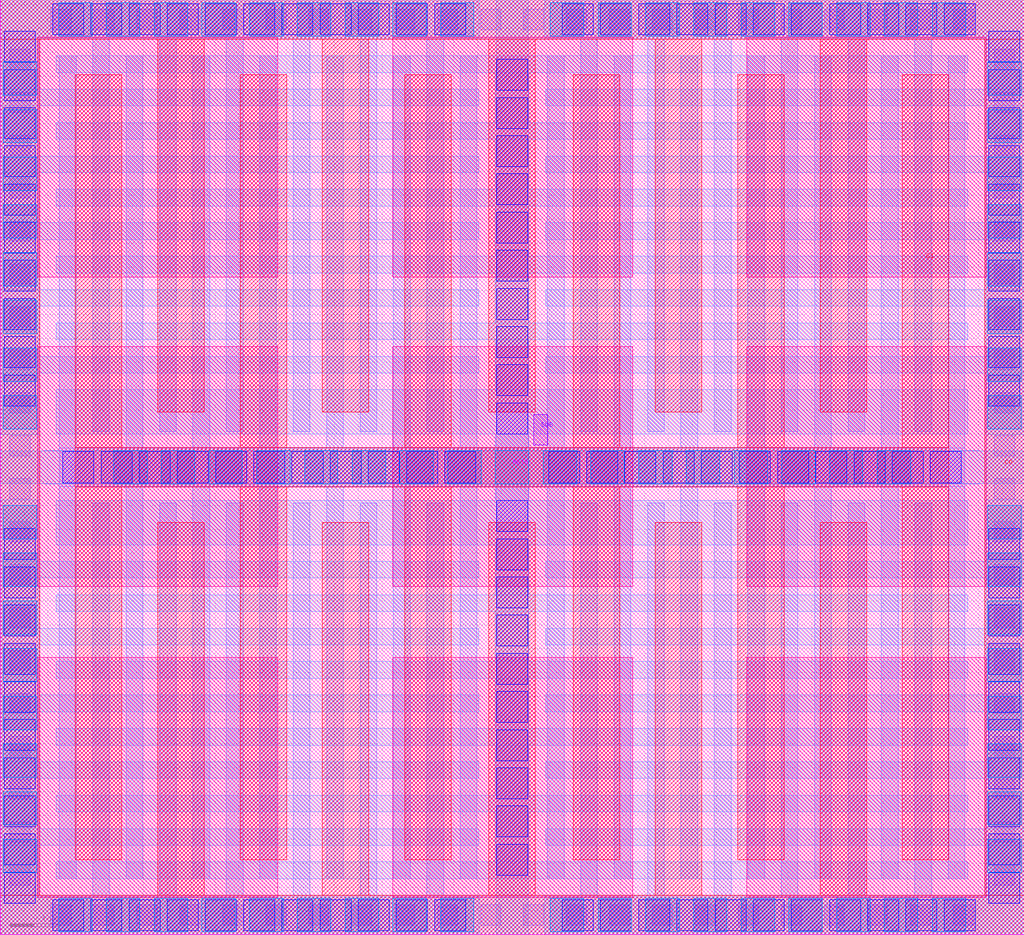
<source format=lef>
# Copyright 2020 The SkyWater PDK Authors
#
# Licensed under the Apache License, Version 2.0 (the "License");
# you may not use this file except in compliance with the License.
# You may obtain a copy of the License at
#
#     https://www.apache.org/licenses/LICENSE-2.0
#
# Unless required by applicable law or agreed to in writing, software
# distributed under the License is distributed on an "AS IS" BASIS,
# WITHOUT WARRANTIES OR CONDITIONS OF ANY KIND, either express or implied.
# See the License for the specific language governing permissions and
# limitations under the License.
#
# SPDX-License-Identifier: Apache-2.0

VERSION 5.7 ;
  NOWIREEXTENSIONATPIN ON ;
  DIVIDERCHAR "/" ;
  BUSBITCHARS "[]" ;
MACRO sky130_fd_pr__cap_vpp_08p6x07p8_m1m2m3_shieldl1m5_floatm4
  CLASS BLOCK ;
  FOREIGN sky130_fd_pr__cap_vpp_08p6x07p8_m1m2m3_shieldl1m5_floatm4 ;
  ORIGIN  0.000000  0.000000 ;
  SIZE  8.580000 BY  7.840000 ;
  PIN C0
    PORT
      LAYER met3 ;
        RECT 0.000000 0.000000 8.580000 0.330000 ;
        RECT 0.000000 0.330000 0.330000 7.510000 ;
        RECT 0.000000 7.510000 8.580000 7.840000 ;
        RECT 1.320000 0.330000 1.710000 3.455000 ;
        RECT 1.320000 4.385000 1.710000 7.510000 ;
        RECT 2.700000 0.330000 3.090000 3.455000 ;
        RECT 2.700000 4.385000 3.090000 7.510000 ;
        RECT 4.095000 0.330000 4.485000 3.455000 ;
        RECT 4.095000 4.385000 4.485000 7.510000 ;
        RECT 5.490000 0.330000 5.880000 3.455000 ;
        RECT 5.490000 4.385000 5.880000 7.510000 ;
        RECT 6.870000 0.330000 7.260000 3.455000 ;
        RECT 6.870000 4.385000 7.260000 7.510000 ;
        RECT 8.250000 0.330000 8.580000 7.510000 ;
    END
  END C0
  PIN C1
    PORT
      LAYER met3 ;
        RECT 0.630000 0.630000 1.020000 3.755000 ;
        RECT 0.630000 3.755000 7.950000 4.085000 ;
        RECT 0.630000 4.085000 1.020000 7.210000 ;
        RECT 2.010000 0.630000 2.400000 3.755000 ;
        RECT 2.010000 4.085000 2.400000 7.210000 ;
        RECT 3.390000 0.630000 3.780000 3.755000 ;
        RECT 3.390000 4.085000 3.780000 7.210000 ;
        RECT 4.800000 0.630000 5.190000 3.755000 ;
        RECT 4.800000 4.085000 5.190000 7.210000 ;
        RECT 6.180000 0.630000 6.570000 3.755000 ;
        RECT 6.180000 4.085000 6.570000 7.210000 ;
        RECT 7.560000 0.630000 7.950000 3.755000 ;
        RECT 7.560000 4.085000 7.950000 7.210000 ;
    END
  END C1
  PIN MET5
    PORT
      LAYER met5 ;
        RECT 0.000000 0.000000 8.580000 7.840000 ;
    END
  END MET5
  PIN SUB
    PORT
      LAYER pwell ;
        RECT 4.470000 4.105000 4.590000 4.360000 ;
    END
  END SUB
  OBS
    LAYER li1 ;
      RECT 0.000000 0.000000 8.580000 7.840000 ;
    LAYER mcon ;
      RECT 0.080000 0.415000 0.250000 0.585000 ;
      RECT 0.080000 0.775000 0.250000 0.945000 ;
      RECT 0.080000 1.135000 0.250000 1.305000 ;
      RECT 0.080000 1.495000 0.250000 1.665000 ;
      RECT 0.080000 1.855000 0.250000 2.025000 ;
      RECT 0.080000 2.215000 0.250000 2.385000 ;
      RECT 0.080000 2.575000 0.250000 2.745000 ;
      RECT 0.080000 2.935000 0.250000 3.105000 ;
      RECT 0.080000 3.295000 0.250000 3.465000 ;
      RECT 0.080000 3.655000 0.250000 3.825000 ;
      RECT 0.080000 4.015000 0.250000 4.185000 ;
      RECT 0.080000 4.375000 0.250000 4.545000 ;
      RECT 0.080000 4.735000 0.250000 4.905000 ;
      RECT 0.080000 5.095000 0.250000 5.265000 ;
      RECT 0.080000 5.455000 0.250000 5.625000 ;
      RECT 0.080000 5.815000 0.250000 5.985000 ;
      RECT 0.080000 6.175000 0.250000 6.345000 ;
      RECT 0.080000 6.535000 0.250000 6.705000 ;
      RECT 0.080000 6.895000 0.250000 7.065000 ;
      RECT 0.080000 7.255000 0.250000 7.425000 ;
      RECT 0.425000 0.080000 0.595000 0.250000 ;
      RECT 0.425000 7.590000 0.595000 7.760000 ;
      RECT 0.785000 0.080000 0.955000 0.250000 ;
      RECT 0.785000 7.590000 0.955000 7.760000 ;
      RECT 1.145000 0.080000 1.315000 0.250000 ;
      RECT 1.145000 7.590000 1.315000 7.760000 ;
      RECT 1.505000 0.080000 1.675000 0.250000 ;
      RECT 1.505000 7.590000 1.675000 7.760000 ;
      RECT 1.865000 0.080000 2.035000 0.250000 ;
      RECT 1.865000 7.590000 2.035000 7.760000 ;
      RECT 2.225000 0.080000 2.395000 0.250000 ;
      RECT 2.225000 7.590000 2.395000 7.760000 ;
      RECT 2.585000 0.080000 2.755000 0.250000 ;
      RECT 2.585000 7.590000 2.755000 7.760000 ;
      RECT 2.945000 0.080000 3.115000 0.250000 ;
      RECT 2.945000 7.590000 3.115000 7.760000 ;
      RECT 3.305000 0.080000 3.475000 0.250000 ;
      RECT 3.305000 7.590000 3.475000 7.760000 ;
      RECT 3.665000 0.080000 3.835000 0.250000 ;
      RECT 3.665000 7.590000 3.835000 7.760000 ;
      RECT 4.025000 0.080000 4.195000 0.250000 ;
      RECT 4.025000 7.590000 4.195000 7.760000 ;
      RECT 4.385000 0.080000 4.555000 0.250000 ;
      RECT 4.385000 7.590000 4.555000 7.760000 ;
      RECT 4.745000 0.080000 4.915000 0.250000 ;
      RECT 4.745000 7.590000 4.915000 7.760000 ;
      RECT 5.105000 0.080000 5.275000 0.250000 ;
      RECT 5.105000 7.590000 5.275000 7.760000 ;
      RECT 5.465000 0.080000 5.635000 0.250000 ;
      RECT 5.465000 7.590000 5.635000 7.760000 ;
      RECT 5.825000 0.080000 5.995000 0.250000 ;
      RECT 5.825000 7.590000 5.995000 7.760000 ;
      RECT 6.185000 0.080000 6.355000 0.250000 ;
      RECT 6.185000 7.590000 6.355000 7.760000 ;
      RECT 6.545000 0.080000 6.715000 0.250000 ;
      RECT 6.545000 7.590000 6.715000 7.760000 ;
      RECT 6.905000 0.080000 7.075000 0.250000 ;
      RECT 6.905000 7.590000 7.075000 7.760000 ;
      RECT 7.265000 0.080000 7.435000 0.250000 ;
      RECT 7.265000 7.590000 7.435000 7.760000 ;
      RECT 7.625000 0.080000 7.795000 0.250000 ;
      RECT 7.625000 7.590000 7.795000 7.760000 ;
      RECT 7.985000 0.080000 8.155000 0.250000 ;
      RECT 7.985000 7.590000 8.155000 7.760000 ;
      RECT 8.330000 0.415000 8.500000 0.585000 ;
      RECT 8.330000 0.775000 8.500000 0.945000 ;
      RECT 8.330000 1.135000 8.500000 1.305000 ;
      RECT 8.330000 1.495000 8.500000 1.665000 ;
      RECT 8.330000 1.855000 8.500000 2.025000 ;
      RECT 8.330000 2.215000 8.500000 2.385000 ;
      RECT 8.330000 2.575000 8.500000 2.745000 ;
      RECT 8.330000 2.935000 8.500000 3.105000 ;
      RECT 8.330000 3.295000 8.500000 3.465000 ;
      RECT 8.330000 3.655000 8.500000 3.825000 ;
      RECT 8.330000 4.015000 8.500000 4.185000 ;
      RECT 8.330000 4.375000 8.500000 4.545000 ;
      RECT 8.330000 4.735000 8.500000 4.905000 ;
      RECT 8.330000 5.095000 8.500000 5.265000 ;
      RECT 8.330000 5.455000 8.500000 5.625000 ;
      RECT 8.330000 5.815000 8.500000 5.985000 ;
      RECT 8.330000 6.175000 8.500000 6.345000 ;
      RECT 8.330000 6.535000 8.500000 6.705000 ;
      RECT 8.330000 6.895000 8.500000 7.065000 ;
      RECT 8.330000 7.255000 8.500000 7.425000 ;
    LAYER met1 ;
      RECT 0.000000 0.000000 8.580000 0.330000 ;
      RECT 0.000000 0.330000 0.330000 7.510000 ;
      RECT 0.000000 7.510000 8.580000 7.840000 ;
      RECT 0.495000 0.470000 0.635000 3.760000 ;
      RECT 0.495000 3.760000 8.085000 4.080000 ;
      RECT 0.495000 4.080000 0.635000 7.370000 ;
      RECT 0.775000 0.330000 0.915000 3.620000 ;
      RECT 0.775000 4.220000 0.915000 7.510000 ;
      RECT 1.055000 0.470000 1.195000 3.760000 ;
      RECT 1.055000 4.080000 1.195000 7.370000 ;
      RECT 1.335000 0.330000 1.475000 3.620000 ;
      RECT 1.335000 4.220000 1.475000 7.510000 ;
      RECT 1.615000 0.470000 1.755000 3.760000 ;
      RECT 1.615000 4.080000 1.755000 7.370000 ;
      RECT 1.895000 0.330000 2.035000 3.620000 ;
      RECT 1.895000 4.220000 2.035000 7.510000 ;
      RECT 2.175000 0.470000 2.315000 3.760000 ;
      RECT 2.175000 4.080000 2.315000 7.370000 ;
      RECT 2.455000 0.330000 2.595000 3.620000 ;
      RECT 2.455000 4.220000 2.595000 7.510000 ;
      RECT 2.735000 0.470000 2.875000 3.760000 ;
      RECT 2.735000 4.080000 2.875000 7.370000 ;
      RECT 3.015000 0.330000 3.155000 3.620000 ;
      RECT 3.015000 4.220000 3.155000 7.510000 ;
      RECT 3.295000 0.470000 3.435000 3.760000 ;
      RECT 3.295000 4.080000 3.435000 7.370000 ;
      RECT 3.575000 0.330000 3.715000 3.620000 ;
      RECT 3.575000 4.220000 3.715000 7.510000 ;
      RECT 3.855000 0.470000 3.995000 3.760000 ;
      RECT 3.855000 4.080000 3.995000 7.370000 ;
      RECT 4.155000 0.470000 4.425000 3.760000 ;
      RECT 4.155000 4.080000 4.425000 7.370000 ;
      RECT 4.585000 0.470000 4.725000 3.760000 ;
      RECT 4.585000 4.080000 4.725000 7.370000 ;
      RECT 4.865000 0.330000 5.005000 3.620000 ;
      RECT 4.865000 4.220000 5.005000 7.510000 ;
      RECT 5.145000 0.470000 5.285000 3.760000 ;
      RECT 5.145000 4.080000 5.285000 7.370000 ;
      RECT 5.425000 0.330000 5.565000 3.620000 ;
      RECT 5.425000 4.220000 5.565000 7.510000 ;
      RECT 5.705000 0.470000 5.845000 3.760000 ;
      RECT 5.705000 4.080000 5.845000 7.370000 ;
      RECT 5.985000 0.330000 6.125000 3.620000 ;
      RECT 5.985000 4.220000 6.125000 7.510000 ;
      RECT 6.265000 0.470000 6.405000 3.760000 ;
      RECT 6.265000 4.080000 6.405000 7.370000 ;
      RECT 6.545000 0.330000 6.685000 3.620000 ;
      RECT 6.545000 4.220000 6.685000 7.510000 ;
      RECT 6.825000 0.470000 6.965000 3.760000 ;
      RECT 6.825000 4.080000 6.965000 7.370000 ;
      RECT 7.105000 0.330000 7.245000 3.620000 ;
      RECT 7.105000 4.220000 7.245000 7.510000 ;
      RECT 7.385000 0.470000 7.525000 3.760000 ;
      RECT 7.385000 4.080000 7.525000 7.370000 ;
      RECT 7.665000 0.330000 7.805000 3.620000 ;
      RECT 7.665000 4.220000 7.805000 7.510000 ;
      RECT 7.945000 0.470000 8.085000 3.760000 ;
      RECT 7.945000 4.080000 8.085000 7.370000 ;
      RECT 8.250000 0.330000 8.580000 7.510000 ;
    LAYER met2 ;
      RECT 0.000000 0.000000 4.015000 0.330000 ;
      RECT 0.000000 0.330000 0.330000 0.750000 ;
      RECT 0.000000 0.750000 4.010000 0.890000 ;
      RECT 0.000000 0.890000 0.330000 1.310000 ;
      RECT 0.000000 1.310000 4.010000 1.450000 ;
      RECT 0.000000 1.450000 0.330000 1.870000 ;
      RECT 0.000000 1.870000 4.010000 2.010000 ;
      RECT 0.000000 2.010000 0.330000 2.430000 ;
      RECT 0.000000 2.430000 4.010000 2.570000 ;
      RECT 0.000000 2.570000 0.330000 2.990000 ;
      RECT 0.000000 2.990000 4.010000 3.130000 ;
      RECT 0.000000 3.130000 0.330000 3.645000 ;
      RECT 0.000000 3.785000 8.580000 4.055000 ;
      RECT 0.000000 4.195000 0.330000 4.710000 ;
      RECT 0.000000 4.710000 4.010000 4.850000 ;
      RECT 0.000000 4.850000 0.330000 5.270000 ;
      RECT 0.000000 5.270000 4.010000 5.410000 ;
      RECT 0.000000 5.410000 0.330000 5.830000 ;
      RECT 0.000000 5.830000 4.010000 5.970000 ;
      RECT 0.000000 5.970000 0.330000 6.390000 ;
      RECT 0.000000 6.390000 4.010000 6.530000 ;
      RECT 0.000000 6.530000 0.330000 6.950000 ;
      RECT 0.000000 6.950000 4.010000 7.090000 ;
      RECT 0.000000 7.090000 0.330000 7.510000 ;
      RECT 0.000000 7.510000 4.015000 7.840000 ;
      RECT 0.370000 3.780000 8.210000 3.785000 ;
      RECT 0.370000 4.055000 8.210000 4.060000 ;
      RECT 0.470000 0.470000 8.110000 0.610000 ;
      RECT 0.470000 1.030000 8.110000 1.170000 ;
      RECT 0.470000 1.590000 8.110000 1.730000 ;
      RECT 0.470000 2.150000 8.110000 2.290000 ;
      RECT 0.470000 2.710000 8.110000 2.850000 ;
      RECT 0.470000 3.270000 8.110000 3.640000 ;
      RECT 0.470000 4.200000 8.110000 4.570000 ;
      RECT 0.470000 4.990000 8.110000 5.130000 ;
      RECT 0.470000 5.550000 8.110000 5.690000 ;
      RECT 0.470000 6.110000 8.110000 6.250000 ;
      RECT 0.470000 6.670000 8.110000 6.810000 ;
      RECT 0.470000 7.230000 8.110000 7.370000 ;
      RECT 4.150000 0.610000 4.430000 1.030000 ;
      RECT 4.150000 1.170000 4.430000 1.590000 ;
      RECT 4.150000 1.730000 4.430000 2.150000 ;
      RECT 4.150000 2.290000 4.430000 2.710000 ;
      RECT 4.150000 2.850000 4.430000 3.270000 ;
      RECT 4.150000 3.640000 4.430000 3.780000 ;
      RECT 4.150000 4.060000 4.430000 4.200000 ;
      RECT 4.150000 4.570000 4.430000 4.990000 ;
      RECT 4.150000 5.130000 4.430000 5.550000 ;
      RECT 4.150000 5.690000 4.430000 6.110000 ;
      RECT 4.150000 6.250000 4.430000 6.670000 ;
      RECT 4.150000 6.810000 4.430000 7.230000 ;
      RECT 4.155000 0.000000 4.425000 0.470000 ;
      RECT 4.155000 7.370000 4.425000 7.840000 ;
      RECT 4.565000 0.000000 8.580000 0.330000 ;
      RECT 4.565000 7.510000 8.580000 7.840000 ;
      RECT 4.570000 0.750000 8.580000 0.890000 ;
      RECT 4.570000 1.310000 8.580000 1.450000 ;
      RECT 4.570000 1.870000 8.580000 2.010000 ;
      RECT 4.570000 2.430000 8.580000 2.570000 ;
      RECT 4.570000 2.990000 8.580000 3.130000 ;
      RECT 4.570000 4.710000 8.580000 4.850000 ;
      RECT 4.570000 5.270000 8.580000 5.410000 ;
      RECT 4.570000 5.830000 8.580000 5.970000 ;
      RECT 4.570000 6.390000 8.580000 6.530000 ;
      RECT 4.570000 6.950000 8.580000 7.090000 ;
      RECT 8.250000 0.330000 8.580000 0.750000 ;
      RECT 8.250000 0.890000 8.580000 1.310000 ;
      RECT 8.250000 1.450000 8.580000 1.870000 ;
      RECT 8.250000 2.010000 8.580000 2.430000 ;
      RECT 8.250000 2.570000 8.580000 2.990000 ;
      RECT 8.250000 3.130000 8.580000 3.645000 ;
      RECT 8.250000 4.195000 8.580000 4.710000 ;
      RECT 8.250000 4.850000 8.580000 5.270000 ;
      RECT 8.250000 5.410000 8.580000 5.830000 ;
      RECT 8.250000 5.970000 8.580000 6.390000 ;
      RECT 8.250000 6.530000 8.580000 6.950000 ;
      RECT 8.250000 7.090000 8.580000 7.510000 ;
    LAYER met4 ;
      RECT 0.315000 0.315000 2.325000 2.325000 ;
      RECT 0.315000 2.920000 2.325000 4.930000 ;
      RECT 0.315000 5.515000 2.325000 7.525000 ;
      RECT 3.290000 0.315000 5.300000 2.325000 ;
      RECT 3.290000 2.920000 5.300000 4.930000 ;
      RECT 3.290000 5.515000 5.300000 7.525000 ;
      RECT 6.255000 0.315000 8.265000 2.325000 ;
      RECT 6.255000 2.920000 8.265000 4.930000 ;
      RECT 6.255000 5.515000 8.265000 7.525000 ;
    LAYER via ;
      RECT 0.035000 0.265000 0.295000 0.525000 ;
      RECT 0.035000 0.585000 0.295000 0.845000 ;
      RECT 0.035000 0.905000 0.295000 1.165000 ;
      RECT 0.035000 1.225000 0.295000 1.485000 ;
      RECT 0.035000 1.545000 0.295000 1.805000 ;
      RECT 0.035000 1.865000 0.295000 2.125000 ;
      RECT 0.035000 2.185000 0.295000 2.445000 ;
      RECT 0.035000 2.505000 0.295000 2.765000 ;
      RECT 0.035000 2.825000 0.295000 3.085000 ;
      RECT 0.035000 3.145000 0.295000 3.405000 ;
      RECT 0.035000 4.435000 0.295000 4.695000 ;
      RECT 0.035000 4.755000 0.295000 5.015000 ;
      RECT 0.035000 5.075000 0.295000 5.335000 ;
      RECT 0.035000 5.395000 0.295000 5.655000 ;
      RECT 0.035000 5.715000 0.295000 5.975000 ;
      RECT 0.035000 6.035000 0.295000 6.295000 ;
      RECT 0.035000 6.355000 0.295000 6.615000 ;
      RECT 0.035000 6.675000 0.295000 6.935000 ;
      RECT 0.035000 6.995000 0.295000 7.255000 ;
      RECT 0.035000 7.315000 0.295000 7.575000 ;
      RECT 0.440000 0.035000 0.700000 0.295000 ;
      RECT 0.440000 7.545000 0.700000 7.805000 ;
      RECT 0.525000 3.790000 0.785000 4.050000 ;
      RECT 0.760000 0.035000 1.020000 0.295000 ;
      RECT 0.760000 7.545000 1.020000 7.805000 ;
      RECT 0.845000 3.790000 1.105000 4.050000 ;
      RECT 1.080000 0.035000 1.340000 0.295000 ;
      RECT 1.080000 7.545000 1.340000 7.805000 ;
      RECT 1.165000 3.790000 1.425000 4.050000 ;
      RECT 1.400000 0.035000 1.660000 0.295000 ;
      RECT 1.400000 7.545000 1.660000 7.805000 ;
      RECT 1.485000 3.790000 1.745000 4.050000 ;
      RECT 1.720000 0.035000 1.980000 0.295000 ;
      RECT 1.720000 7.545000 1.980000 7.805000 ;
      RECT 1.805000 3.790000 2.065000 4.050000 ;
      RECT 2.040000 0.035000 2.300000 0.295000 ;
      RECT 2.040000 7.545000 2.300000 7.805000 ;
      RECT 2.125000 3.790000 2.385000 4.050000 ;
      RECT 2.360000 0.035000 2.620000 0.295000 ;
      RECT 2.360000 7.545000 2.620000 7.805000 ;
      RECT 2.445000 3.790000 2.705000 4.050000 ;
      RECT 2.680000 0.035000 2.940000 0.295000 ;
      RECT 2.680000 7.545000 2.940000 7.805000 ;
      RECT 2.765000 3.790000 3.025000 4.050000 ;
      RECT 3.000000 0.035000 3.260000 0.295000 ;
      RECT 3.000000 7.545000 3.260000 7.805000 ;
      RECT 3.085000 3.790000 3.345000 4.050000 ;
      RECT 3.320000 0.035000 3.580000 0.295000 ;
      RECT 3.320000 7.545000 3.580000 7.805000 ;
      RECT 3.405000 3.790000 3.665000 4.050000 ;
      RECT 3.640000 0.035000 3.900000 0.295000 ;
      RECT 3.640000 7.545000 3.900000 7.805000 ;
      RECT 3.725000 3.790000 3.985000 4.050000 ;
      RECT 4.160000 0.500000 4.420000 0.760000 ;
      RECT 4.160000 0.820000 4.420000 1.080000 ;
      RECT 4.160000 1.140000 4.420000 1.400000 ;
      RECT 4.160000 1.460000 4.420000 1.720000 ;
      RECT 4.160000 1.780000 4.420000 2.040000 ;
      RECT 4.160000 2.100000 4.420000 2.360000 ;
      RECT 4.160000 2.420000 4.420000 2.680000 ;
      RECT 4.160000 2.740000 4.420000 3.000000 ;
      RECT 4.160000 3.060000 4.420000 3.320000 ;
      RECT 4.160000 3.380000 4.420000 3.640000 ;
      RECT 4.160000 4.200000 4.420000 4.460000 ;
      RECT 4.160000 4.520000 4.420000 4.780000 ;
      RECT 4.160000 4.840000 4.420000 5.100000 ;
      RECT 4.160000 5.160000 4.420000 5.420000 ;
      RECT 4.160000 5.480000 4.420000 5.740000 ;
      RECT 4.160000 5.800000 4.420000 6.060000 ;
      RECT 4.160000 6.120000 4.420000 6.380000 ;
      RECT 4.160000 6.440000 4.420000 6.700000 ;
      RECT 4.160000 6.760000 4.420000 7.020000 ;
      RECT 4.160000 7.080000 4.420000 7.340000 ;
      RECT 4.595000 3.790000 4.855000 4.050000 ;
      RECT 4.710000 0.035000 4.970000 0.295000 ;
      RECT 4.710000 7.545000 4.970000 7.805000 ;
      RECT 4.915000 3.790000 5.175000 4.050000 ;
      RECT 5.030000 0.035000 5.290000 0.295000 ;
      RECT 5.030000 7.545000 5.290000 7.805000 ;
      RECT 5.235000 3.790000 5.495000 4.050000 ;
      RECT 5.350000 0.035000 5.610000 0.295000 ;
      RECT 5.350000 7.545000 5.610000 7.805000 ;
      RECT 5.555000 3.790000 5.815000 4.050000 ;
      RECT 5.670000 0.035000 5.930000 0.295000 ;
      RECT 5.670000 7.545000 5.930000 7.805000 ;
      RECT 5.875000 3.790000 6.135000 4.050000 ;
      RECT 5.990000 0.035000 6.250000 0.295000 ;
      RECT 5.990000 7.545000 6.250000 7.805000 ;
      RECT 6.195000 3.790000 6.455000 4.050000 ;
      RECT 6.310000 0.035000 6.570000 0.295000 ;
      RECT 6.310000 7.545000 6.570000 7.805000 ;
      RECT 6.515000 3.790000 6.775000 4.050000 ;
      RECT 6.630000 0.035000 6.890000 0.295000 ;
      RECT 6.630000 7.545000 6.890000 7.805000 ;
      RECT 6.835000 3.790000 7.095000 4.050000 ;
      RECT 6.950000 0.035000 7.210000 0.295000 ;
      RECT 6.950000 7.545000 7.210000 7.805000 ;
      RECT 7.155000 3.790000 7.415000 4.050000 ;
      RECT 7.270000 0.035000 7.530000 0.295000 ;
      RECT 7.270000 7.545000 7.530000 7.805000 ;
      RECT 7.475000 3.790000 7.735000 4.050000 ;
      RECT 7.590000 0.035000 7.850000 0.295000 ;
      RECT 7.590000 7.545000 7.850000 7.805000 ;
      RECT 7.795000 3.790000 8.055000 4.050000 ;
      RECT 7.910000 0.035000 8.170000 0.295000 ;
      RECT 7.910000 7.545000 8.170000 7.805000 ;
      RECT 8.285000 0.265000 8.545000 0.525000 ;
      RECT 8.285000 0.585000 8.545000 0.845000 ;
      RECT 8.285000 0.905000 8.545000 1.165000 ;
      RECT 8.285000 1.225000 8.545000 1.485000 ;
      RECT 8.285000 1.545000 8.545000 1.805000 ;
      RECT 8.285000 1.865000 8.545000 2.125000 ;
      RECT 8.285000 2.185000 8.545000 2.445000 ;
      RECT 8.285000 2.505000 8.545000 2.765000 ;
      RECT 8.285000 2.825000 8.545000 3.085000 ;
      RECT 8.285000 3.145000 8.545000 3.405000 ;
      RECT 8.285000 4.435000 8.545000 4.695000 ;
      RECT 8.285000 4.755000 8.545000 5.015000 ;
      RECT 8.285000 5.075000 8.545000 5.335000 ;
      RECT 8.285000 5.395000 8.545000 5.655000 ;
      RECT 8.285000 5.715000 8.545000 5.975000 ;
      RECT 8.285000 6.035000 8.545000 6.295000 ;
      RECT 8.285000 6.355000 8.545000 6.615000 ;
      RECT 8.285000 6.675000 8.545000 6.935000 ;
      RECT 8.285000 6.995000 8.545000 7.255000 ;
      RECT 8.285000 7.315000 8.545000 7.575000 ;
    LAYER via2 ;
      RECT 0.025000 0.520000 0.305000 0.800000 ;
      RECT 0.025000 0.920000 0.305000 1.200000 ;
      RECT 0.025000 1.320000 0.305000 1.600000 ;
      RECT 0.025000 1.720000 0.305000 2.000000 ;
      RECT 0.025000 2.120000 0.305000 2.400000 ;
      RECT 0.025000 2.520000 0.305000 2.800000 ;
      RECT 0.025000 2.920000 0.305000 3.200000 ;
      RECT 0.025000 3.320000 0.305000 3.600000 ;
      RECT 0.025000 4.240000 0.305000 4.520000 ;
      RECT 0.025000 4.640000 0.305000 4.920000 ;
      RECT 0.025000 5.040000 0.305000 5.320000 ;
      RECT 0.025000 5.440000 0.305000 5.720000 ;
      RECT 0.025000 5.840000 0.305000 6.120000 ;
      RECT 0.025000 6.240000 0.305000 6.520000 ;
      RECT 0.025000 6.640000 0.305000 6.920000 ;
      RECT 0.025000 7.040000 0.305000 7.320000 ;
      RECT 0.490000 0.025000 0.770000 0.305000 ;
      RECT 0.490000 7.535000 0.770000 7.815000 ;
      RECT 0.890000 0.025000 1.170000 0.305000 ;
      RECT 0.890000 7.535000 1.170000 7.815000 ;
      RECT 0.950000 3.780000 1.230000 4.060000 ;
      RECT 1.290000 0.025000 1.570000 0.305000 ;
      RECT 1.290000 7.535000 1.570000 7.815000 ;
      RECT 1.350000 3.780000 1.630000 4.060000 ;
      RECT 1.690000 0.025000 1.970000 0.305000 ;
      RECT 1.690000 7.535000 1.970000 7.815000 ;
      RECT 1.750000 3.780000 2.030000 4.060000 ;
      RECT 2.090000 0.025000 2.370000 0.305000 ;
      RECT 2.090000 7.535000 2.370000 7.815000 ;
      RECT 2.150000 3.780000 2.430000 4.060000 ;
      RECT 2.490000 0.025000 2.770000 0.305000 ;
      RECT 2.490000 7.535000 2.770000 7.815000 ;
      RECT 2.550000 3.780000 2.830000 4.060000 ;
      RECT 2.890000 0.025000 3.170000 0.305000 ;
      RECT 2.890000 7.535000 3.170000 7.815000 ;
      RECT 2.950000 3.780000 3.230000 4.060000 ;
      RECT 3.290000 0.025000 3.570000 0.305000 ;
      RECT 3.290000 7.535000 3.570000 7.815000 ;
      RECT 3.350000 3.780000 3.630000 4.060000 ;
      RECT 3.690000 0.025000 3.970000 0.305000 ;
      RECT 3.690000 7.535000 3.970000 7.815000 ;
      RECT 3.750000 3.780000 4.030000 4.060000 ;
      RECT 4.150000 3.780000 4.430000 4.060000 ;
      RECT 4.550000 3.780000 4.830000 4.060000 ;
      RECT 4.610000 0.025000 4.890000 0.305000 ;
      RECT 4.610000 7.535000 4.890000 7.815000 ;
      RECT 4.950000 3.780000 5.230000 4.060000 ;
      RECT 5.010000 0.025000 5.290000 0.305000 ;
      RECT 5.010000 7.535000 5.290000 7.815000 ;
      RECT 5.350000 3.780000 5.630000 4.060000 ;
      RECT 5.410000 0.025000 5.690000 0.305000 ;
      RECT 5.410000 7.535000 5.690000 7.815000 ;
      RECT 5.750000 3.780000 6.030000 4.060000 ;
      RECT 5.810000 0.025000 6.090000 0.305000 ;
      RECT 5.810000 7.535000 6.090000 7.815000 ;
      RECT 6.150000 3.780000 6.430000 4.060000 ;
      RECT 6.210000 0.025000 6.490000 0.305000 ;
      RECT 6.210000 7.535000 6.490000 7.815000 ;
      RECT 6.550000 3.780000 6.830000 4.060000 ;
      RECT 6.610000 0.025000 6.890000 0.305000 ;
      RECT 6.610000 7.535000 6.890000 7.815000 ;
      RECT 6.950000 3.780000 7.230000 4.060000 ;
      RECT 7.010000 0.025000 7.290000 0.305000 ;
      RECT 7.010000 7.535000 7.290000 7.815000 ;
      RECT 7.350000 3.780000 7.630000 4.060000 ;
      RECT 7.410000 0.025000 7.690000 0.305000 ;
      RECT 7.410000 7.535000 7.690000 7.815000 ;
      RECT 7.810000 0.025000 8.090000 0.305000 ;
      RECT 7.810000 7.535000 8.090000 7.815000 ;
      RECT 8.275000 0.520000 8.555000 0.800000 ;
      RECT 8.275000 0.920000 8.555000 1.200000 ;
      RECT 8.275000 1.320000 8.555000 1.600000 ;
      RECT 8.275000 1.720000 8.555000 2.000000 ;
      RECT 8.275000 2.120000 8.555000 2.400000 ;
      RECT 8.275000 2.520000 8.555000 2.800000 ;
      RECT 8.275000 2.920000 8.555000 3.200000 ;
      RECT 8.275000 3.320000 8.555000 3.600000 ;
      RECT 8.275000 4.240000 8.555000 4.520000 ;
      RECT 8.275000 4.640000 8.555000 4.920000 ;
      RECT 8.275000 5.040000 8.555000 5.320000 ;
      RECT 8.275000 5.440000 8.555000 5.720000 ;
      RECT 8.275000 5.840000 8.555000 6.120000 ;
      RECT 8.275000 6.240000 8.555000 6.520000 ;
      RECT 8.275000 6.640000 8.555000 6.920000 ;
      RECT 8.275000 7.040000 8.555000 7.320000 ;
  END
END sky130_fd_pr__cap_vpp_08p6x07p8_m1m2m3_shieldl1m5_floatm4
END LIBRARY

</source>
